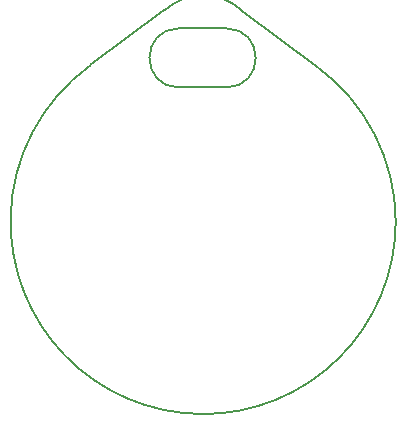
<source format=gbr>
G04 #@! TF.GenerationSoftware,KiCad,Pcbnew,(5.1.2)-2*
G04 #@! TF.CreationDate,2019-09-16T01:07:23-05:00*
G04 #@! TF.ProjectId,rfid_keychain_style_cuts,72666964-5f6b-4657-9963-6861696e5f73,rev?*
G04 #@! TF.SameCoordinates,Original*
G04 #@! TF.FileFunction,Legend,Top*
G04 #@! TF.FilePolarity,Positive*
%FSLAX46Y46*%
G04 Gerber Fmt 4.6, Leading zero omitted, Abs format (unit mm)*
G04 Created by KiCad (PCBNEW (5.1.2)-2) date 2019-09-16 01:07:23*
%MOMM*%
%LPD*%
G04 APERTURE LIST*
%ADD10C,0.150000*%
G04 APERTURE END LIST*
D10*
X105750000Y-35250000D02*
X109750000Y-35250000D01*
X117388744Y-38463985D02*
X111098342Y-33748794D01*
X117388745Y-38463985D02*
G75*
G02X124103757Y-51600000I-9588744J-13186014D01*
G01*
X98239928Y-38393277D02*
G75*
G03X91493064Y-51255018I9553136J-13211741D01*
G01*
X105750000Y-40250000D02*
X109750000Y-40250000D01*
X109750000Y-35250000D02*
G75*
G02X109750000Y-40250000I0J-2500000D01*
G01*
X105750000Y-40250000D02*
G75*
G02X105750000Y-35250000I0J2500000D01*
G01*
X98239928Y-38393277D02*
X104520216Y-33731574D01*
X104520216Y-33731574D02*
G75*
G02X111100000Y-33750000I3279785J-3618425D01*
G01*
X124103757Y-51600000D02*
G75*
G02X91500000Y-51250000I-16303757J0D01*
G01*
%LPC*%
M02*

</source>
